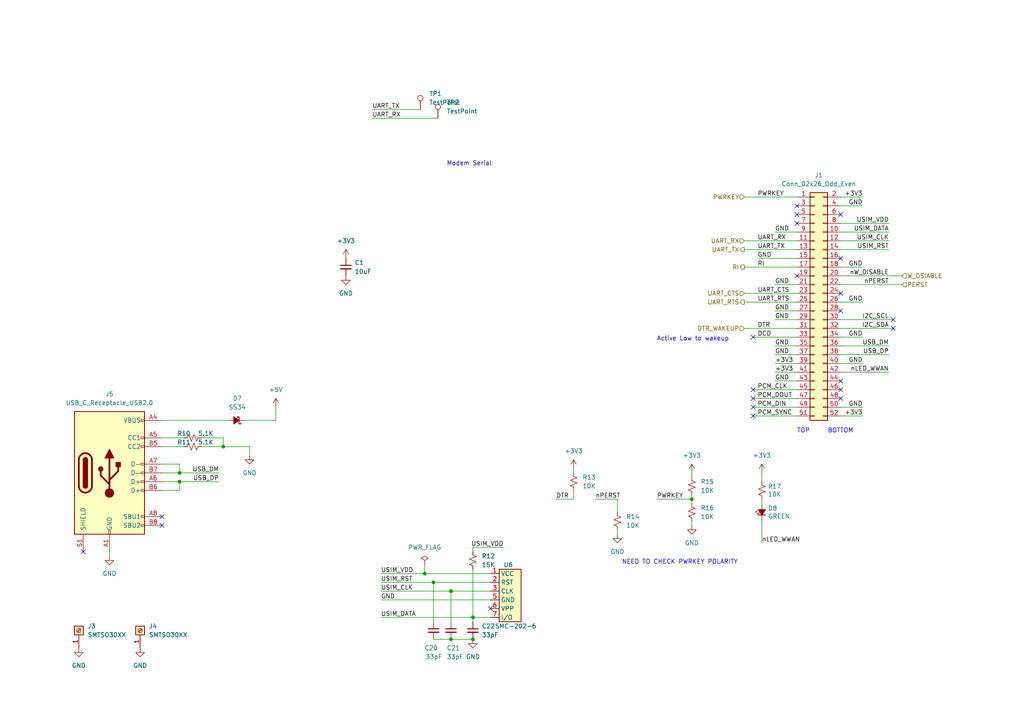
<source format=kicad_sch>
(kicad_sch (version 20211123) (generator eeschema)
  (paper "A4")
  (lib_symbols
    (symbol "Connector:Screw_Terminal_01x01" (pin_names (offset 1.016) hide)
      (property "Reference" "J" (at 0 2.54 0))
      (property "Value" "Screw_Terminal_01x01" (at 0 -2.54 0))
      (symbol "Screw_Terminal_01x01_1_1"
        (rectangle (start -1.27 1.27) (end 1.27 -1.27) (stroke (width 0.254)) (fill (type background)))
        (polyline (pts (xy -0.5334 0.3302) (xy 0.3302 -0.508)) (stroke (width 0.1524)))
        (polyline (pts (xy -0.3556 0.508) (xy 0.508 -0.3302)) (stroke (width 0.1524)))
        (circle (center 0 0) (radius 0.635) (stroke (width 0.1524)))
        (pin passive line (at -5.08 0 0) (length 3.81) (name "Pin_1") (number "1"))
      )
    )
    (symbol "Connector:TestPoint" (pin_numbers hide) (pin_names (offset 0.762) hide)
      (property "Reference" "TP" (at 0 6.858 0))
      (property "Value" "TestPoint" (at 0 5.08 0))
      (symbol "TestPoint_0_1"
        (circle (center 0 3.302) (radius 0.762))
      )
      (symbol "TestPoint_1_1"
        (pin passive line (at 0 0 90) (length 2.54) (name "1") (number "1"))
      )
    )
    (symbol "Connector:USB_C_Receptacle_USB2.0" (pin_names (offset 1.016))
      (property "Reference" "J" (at -10.16 19.05 0))
      (property "Value" "USB_C_Receptacle_USB2.0" (at 19.05 19.05 0))
      (symbol "USB_C_Receptacle_USB2.0_0_0"
        (rectangle (start -0.254 -17.78) (end 0.254 -16.764))
        (rectangle (start 10.16 -14.986) (end 9.144 -15.494))
        (rectangle (start 10.16 -12.446) (end 9.144 -12.954))
        (rectangle (start 10.16 -4.826) (end 9.144 -5.334))
        (rectangle (start 10.16 -2.286) (end 9.144 -2.794))
        (rectangle (start 10.16 0.254) (end 9.144 -0.254))
        (rectangle (start 10.16 2.794) (end 9.144 2.286))
        (rectangle (start 10.16 7.874) (end 9.144 7.366))
        (rectangle (start 10.16 10.414) (end 9.144 9.906))
        (rectangle (start 10.16 15.494) (end 9.144 14.986))
      )
      (symbol "USB_C_Receptacle_USB2.0_0_1"
        (rectangle (start -10.16 17.78) (end 10.16 -17.78) (stroke (width 0.254)) (fill (type background)))
        (arc (start -8.89 -3.81) (mid -6.985 -5.715) (end -5.08 -3.81) (stroke (width 0.508)))
        (arc (start -7.62 -3.81) (mid -6.985 -4.445) (end -6.35 -3.81) (stroke (width 0.254)))
        (arc (start -7.62 -3.81) (mid -6.985 -4.445) (end -6.35 -3.81) (stroke (width 0.254)) (fill (type outline)))
        (rectangle (start -7.62 -3.81) (end -6.35 3.81) (stroke (width 0.254)) (fill (type outline)))
        (arc (start -6.35 3.81) (mid -6.985 4.445) (end -7.62 3.81) (stroke (width 0.254)))
        (arc (start -6.35 3.81) (mid -6.985 4.445) (end -7.62 3.81) (stroke (width 0.254)) (fill (type outline)))
        (arc (start -5.08 3.81) (mid -6.985 5.715) (end -8.89 3.81) (stroke (width 0.508)))
        (circle (center -2.54 1.143) (radius 0.635) (stroke (width 0.254)) (fill (type outline)))
        (circle (center 0 -5.842) (radius 1.27) (fill (type outline)))
        (polyline (pts (xy -8.89 -3.81) (xy -8.89 3.81)) (stroke (width 0.508)))
        (polyline (pts (xy -5.08 3.81) (xy -5.08 -3.81)) (stroke (width 0.508)))
        (polyline (pts (xy 0 -5.842) (xy 0 4.318)) (stroke (width 0.508)))
        (polyline (pts (xy 0 -3.302) (xy -2.54 -0.762) (xy -2.54 0.508)) (stroke (width 0.508)))
        (polyline (pts (xy 0 -2.032) (xy 2.54 0.508) (xy 2.54 1.778)) (stroke (width 0.508)))
        (polyline (pts (xy -1.27 4.318) (xy 0 6.858) (xy 1.27 4.318) (xy -1.27 4.318)) (stroke (width 0.254)) (fill (type outline)))
        (rectangle (start 1.905 1.778) (end 3.175 3.048) (stroke (width 0.254)) (fill (type outline)))
      )
      (symbol "USB_C_Receptacle_USB2.0_1_1"
        (pin passive line (at 0 -22.86 90) (length 5.08) (name "GND") (number "A1"))
        (pin passive line (at 0 -22.86 90) (length 5.08) hide (name "GND") (number "A12"))
        (pin passive line (at 15.24 15.24 180) (length 5.08) (name "VBUS") (number "A4"))
        (pin bidirectional line (at 15.24 10.16 180) (length 5.08) (name "CC1") (number "A5"))
        (pin bidirectional line (at 15.24 -2.54 180) (length 5.08) (name "D+") (number "A6"))
        (pin bidirectional line (at 15.24 2.54 180) (length 5.08) (name "D-") (number "A7"))
        (pin bidirectional line (at 15.24 -12.7 180) (length 5.08) (name "SBU1") (number "A8"))
        (pin passive line (at 15.24 15.24 180) (length 5.08) hide (name "VBUS") (number "A9"))
        (pin passive line (at 0 -22.86 90) (length 5.08) hide (name "GND") (number "B1"))
        (pin passive line (at 0 -22.86 90) (length 5.08) hide (name "GND") (number "B12"))
        (pin passive line (at 15.24 15.24 180) (length 5.08) hide (name "VBUS") (number "B4"))
        (pin bidirectional line (at 15.24 7.62 180) (length 5.08) (name "CC2") (number "B5"))
        (pin bidirectional line (at 15.24 -5.08 180) (length 5.08) (name "D+") (number "B6"))
        (pin bidirectional line (at 15.24 0 180) (length 5.08) (name "D-") (number "B7"))
        (pin bidirectional line (at 15.24 -15.24 180) (length 5.08) (name "SBU2") (number "B8"))
        (pin passive line (at 15.24 15.24 180) (length 5.08) hide (name "VBUS") (number "B9"))
        (pin passive line (at -7.62 -22.86 90) (length 5.08) (name "SHIELD") (number "S1"))
      )
    )
    (symbol "Connector_Generic:Conn_02x26_Odd_Even" (pin_names (offset 1.016) hide)
      (property "Reference" "J" (at 1.27 33.02 0))
      (property "Value" "Conn_02x26_Odd_Even" (at 1.27 -35.56 0))
      (symbol "Conn_02x26_Odd_Even_1_1"
        (rectangle (start -1.27 -32.893) (end 0 -33.147) (stroke (width 0.1524)))
        (rectangle (start -1.27 -30.353) (end 0 -30.607) (stroke (width 0.1524)))
        (rectangle (start -1.27 -27.813) (end 0 -28.067) (stroke (width 0.1524)))
        (rectangle (start -1.27 -25.273) (end 0 -25.527) (stroke (width 0.1524)))
        (rectangle (start -1.27 -22.733) (end 0 -22.987) (stroke (width 0.1524)))
        (rectangle (start -1.27 -20.193) (end 0 -20.447) (stroke (width 0.1524)))
        (rectangle (start -1.27 -17.653) (end 0 -17.907) (stroke (width 0.1524)))
        (rectangle (start -1.27 -15.113) (end 0 -15.367) (stroke (width 0.1524)))
        (rectangle (start -1.27 -12.573) (end 0 -12.827) (stroke (width 0.1524)))
        (rectangle (start -1.27 -10.033) (end 0 -10.287) (stroke (width 0.1524)))
        (rectangle (start -1.27 -7.493) (end 0 -7.747) (stroke (width 0.1524)))
        (rectangle (start -1.27 -4.953) (end 0 -5.207) (stroke (width 0.1524)))
        (rectangle (start -1.27 -2.413) (end 0 -2.667) (stroke (width 0.1524)))
        (rectangle (start -1.27 0.127) (end 0 -0.127) (stroke (width 0.1524)))
        (rectangle (start -1.27 2.667) (end 0 2.413) (stroke (width 0.1524)))
        (rectangle (start -1.27 5.207) (end 0 4.953) (stroke (width 0.1524)))
        (rectangle (start -1.27 7.747) (end 0 7.493) (stroke (width 0.1524)))
        (rectangle (start -1.27 10.287) (end 0 10.033) (stroke (width 0.1524)))
        (rectangle (start -1.27 12.827) (end 0 12.573) (stroke (width 0.1524)))
        (rectangle (start -1.27 15.367) (end 0 15.113) (stroke (width 0.1524)))
        (rectangle (start -1.27 17.907) (end 0 17.653) (stroke (width 0.1524)))
        (rectangle (start -1.27 20.447) (end 0 20.193) (stroke (width 0.1524)))
        (rectangle (start -1.27 22.987) (end 0 22.733) (stroke (width 0.1524)))
        (rectangle (start -1.27 25.527) (end 0 25.273) (stroke (width 0.1524)))
        (rectangle (start -1.27 28.067) (end 0 27.813) (stroke (width 0.1524)))
        (rectangle (start -1.27 30.607) (end 0 30.353) (stroke (width 0.1524)))
        (rectangle (start -1.27 31.75) (end 3.81 -34.29) (stroke (width 0.254)) (fill (type background)))
        (rectangle (start 3.81 -32.893) (end 2.54 -33.147) (stroke (width 0.1524)))
        (rectangle (start 3.81 -30.353) (end 2.54 -30.607) (stroke (width 0.1524)))
        (rectangle (start 3.81 -27.813) (end 2.54 -28.067) (stroke (width 0.1524)))
        (rectangle (start 3.81 -25.273) (end 2.54 -25.527) (stroke (width 0.1524)))
        (rectangle (start 3.81 -22.733) (end 2.54 -22.987) (stroke (width 0.1524)))
        (rectangle (start 3.81 -20.193) (end 2.54 -20.447) (stroke (width 0.1524)))
        (rectangle (start 3.81 -17.653) (end 2.54 -17.907) (stroke (width 0.1524)))
        (rectangle (start 3.81 -15.113) (end 2.54 -15.367) (stroke (width 0.1524)))
        (rectangle (start 3.81 -12.573) (end 2.54 -12.827) (stroke (width 0.1524)))
        (rectangle (start 3.81 -10.033) (end 2.54 -10.287) (stroke (width 0.1524)))
        (rectangle (start 3.81 -7.493) (end 2.54 -7.747) (stroke (width 0.1524)))
        (rectangle (start 3.81 -4.953) (end 2.54 -5.207) (stroke (width 0.1524)))
        (rectangle (start 3.81 -2.413) (end 2.54 -2.667) (stroke (width 0.1524)))
        (rectangle (start 3.81 0.127) (end 2.54 -0.127) (stroke (width 0.1524)))
        (rectangle (start 3.81 2.667) (end 2.54 2.413) (stroke (width 0.1524)))
        (rectangle (start 3.81 5.207) (end 2.54 4.953) (stroke (width 0.1524)))
        (rectangle (start 3.81 7.747) (end 2.54 7.493) (stroke (width 0.1524)))
        (rectangle (start 3.81 10.287) (end 2.54 10.033) (stroke (width 0.1524)))
        (rectangle (start 3.81 12.827) (end 2.54 12.573) (stroke (width 0.1524)))
        (rectangle (start 3.81 15.367) (end 2.54 15.113) (stroke (width 0.1524)))
        (rectangle (start 3.81 17.907) (end 2.54 17.653) (stroke (width 0.1524)))
        (rectangle (start 3.81 20.447) (end 2.54 20.193) (stroke (width 0.1524)))
        (rectangle (start 3.81 22.987) (end 2.54 22.733) (stroke (width 0.1524)))
        (rectangle (start 3.81 25.527) (end 2.54 25.273) (stroke (width 0.1524)))
        (rectangle (start 3.81 28.067) (end 2.54 27.813) (stroke (width 0.1524)))
        (rectangle (start 3.81 30.607) (end 2.54 30.353) (stroke (width 0.1524)))
        (pin passive line (at -5.08 30.48 0) (length 3.81) (name "Pin_1") (number "1"))
        (pin passive line (at 7.62 20.32 180) (length 3.81) (name "Pin_10") (number "10"))
        (pin passive line (at -5.08 17.78 0) (length 3.81) (name "Pin_11") (number "11"))
        (pin passive line (at 7.62 17.78 180) (length 3.81) (name "Pin_12") (number "12"))
        (pin passive line (at -5.08 15.24 0) (length 3.81) (name "Pin_13") (number "13"))
        (pin passive line (at 7.62 15.24 180) (length 3.81) (name "Pin_14") (number "14"))
        (pin passive line (at -5.08 12.7 0) (length 3.81) (name "Pin_15") (number "15"))
        (pin passive line (at 7.62 12.7 180) (length 3.81) (name "Pin_16") (number "16"))
        (pin passive line (at -5.08 10.16 0) (length 3.81) (name "Pin_17") (number "17"))
        (pin passive line (at 7.62 10.16 180) (length 3.81) (name "Pin_18") (number "18"))
        (pin passive line (at -5.08 7.62 0) (length 3.81) (name "Pin_19") (number "19"))
        (pin passive line (at 7.62 30.48 180) (length 3.81) (name "Pin_2") (number "2"))
        (pin passive line (at 7.62 7.62 180) (length 3.81) (name "Pin_20") (number "20"))
        (pin passive line (at -5.08 5.08 0) (length 3.81) (name "Pin_21") (number "21"))
        (pin passive line (at 7.62 5.08 180) (length 3.81) (name "Pin_22") (number "22"))
        (pin passive line (at -5.08 2.54 0) (length 3.81) (name "Pin_23") (number "23"))
        (pin passive line (at 7.62 2.54 180) (length 3.81) (name "Pin_24") (number "24"))
        (pin passive line (at -5.08 0 0) (length 3.81) (name "Pin_25") (number "25"))
        (pin passive line (at 7.62 0 180) (length 3.81) (name "Pin_26") (number "26"))
        (pin passive line (at -5.08 -2.54 0) (length 3.81) (name "Pin_27") (number "27"))
        (pin passive line (at 7.62 -2.54 180) (length 3.81) (name "Pin_28") (number "28"))
        (pin passive line (at -5.08 -5.08 0) (length 3.81) (name "Pin_29") (number "29"))
        (pin passive line (at -5.08 27.94 0) (length 3.81) (name "Pin_3") (number "3"))
        (pin passive line (at 7.62 -5.08 180) (length 3.81) (name "Pin_30") (number "30"))
        (pin passive line (at -5.08 -7.62 0) (length 3.81) (name "Pin_31") (number "31"))
        (pin passive line (at 7.62 -7.62 180) (length 3.81) (name "Pin_32") (number "32"))
        (pin passive line (at -5.08 -10.16 0) (length 3.81) (name "Pin_33") (number "33"))
        (pin passive line (at 7.62 -10.16 180) (length 3.81) (name "Pin_34") (number "34"))
        (pin passive line (at -5.08 -12.7 0) (length 3.81) (name "Pin_35") (number "35"))
        (pin passive line (at 7.62 -12.7 180) (length 3.81) (name "Pin_36") (number "36"))
        (pin passive line (at -5.08 -15.24 0) (length 3.81) (name "Pin_37") (number "37"))
        (pin passive line (at 7.62 -15.24 180) (length 3.81) (name "Pin_38") (number "38"))
        (pin passive line (at -5.08 -17.78 0) (length 3.81) (name "Pin_39") (number "39"))
        (pin passive line (at 7.62 27.94 180) (length 3.81) (name "Pin_4") (number "4"))
        (pin passive line (at 7.62 -17.78 180) (length 3.81) (name "Pin_40") (number "40"))
        (pin passive line (at -5.08 -20.32 0) (length 3.81) (name "Pin_41") (number "41"))
        (pin passive line (at 7.62 -20.32 180) (length 3.81) (name "Pin_42") (number "42"))
        (pin passive line (at -5.08 -22.86 0) (length 3.81) (name "Pin_43") (number "43"))
        (pin passive line (at 7.62 -22.86 180) (length 3.81) (name "Pin_44") (number "44"))
        (pin passive line (at -5.08 -25.4 0) (length 3.81) (name "Pin_45") (number "45"))
        (pin passive line (at 7.62 -25.4 180) (length 3.81) (name "Pin_46") (number "46"))
        (pin passive line (at -5.08 -27.94 0) (length 3.81) (name "Pin_47") (number "47"))
        (pin passive line (at 7.62 -27.94 180) (length 3.81) (name "Pin_48") (number "48"))
        (pin passive line (at -5.08 -30.48 0) (length 3.81) (name "Pin_49") (number "49"))
        (pin passive line (at -5.08 25.4 0) (length 3.81) (name "Pin_5") (number "5"))
        (pin passive line (at 7.62 -30.48 180) (length 3.81) (name "Pin_50") (number "50"))
        (pin passive line (at -5.08 -33.02 0) (length 3.81) (name "Pin_51") (number "51"))
        (pin passive line (at 7.62 -33.02 180) (length 3.81) (name "Pin_52") (number "52"))
        (pin passive line (at 7.62 25.4 180) (length 3.81) (name "Pin_6") (number "6"))
        (pin passive line (at -5.08 22.86 0) (length 3.81) (name "Pin_7") (number "7"))
        (pin passive line (at 7.62 22.86 180) (length 3.81) (name "Pin_8") (number "8"))
        (pin passive line (at -5.08 20.32 0) (length 3.81) (name "Pin_9") (number "9"))
      )
    )
    (symbol "Device:C_Small" (pin_numbers hide) (pin_names (offset 0.254) hide)
      (property "Reference" "C" (at 0.254 1.778 0))
      (property "Value" "C_Small" (at 0.254 -2.032 0))
      (symbol "C_Small_0_1"
        (polyline (pts (xy -1.524 -0.508) (xy 1.524 -0.508)) (stroke (width 0.3302)))
        (polyline (pts (xy -1.524 0.508) (xy 1.524 0.508)) (stroke (width 0.3048)))
      )
      (symbol "C_Small_1_1"
        (pin passive line (at 0 2.54 270) (length 2.032) (name "~") (number "1"))
        (pin passive line (at 0 -2.54 90) (length 2.032) (name "~") (number "2"))
      )
    )
    (symbol "Device:D_Schottky_Small_Filled" (pin_numbers hide) (pin_names (offset 0.254) hide)
      (property "Reference" "D" (at -1.27 2.032 0))
      (property "Value" "D_Schottky_Small_Filled" (at -7.112 -2.032 0))
      (symbol "D_Schottky_Small_Filled_0_1"
        (polyline (pts (xy -0.762 0) (xy 0.762 0)))
        (polyline (pts (xy 0.762 -1.016) (xy -0.762 0) (xy 0.762 1.016) (xy 0.762 -1.016)) (stroke (width 0.254)) (fill (type outline)))
        (polyline (pts (xy -1.27 0.762) (xy -1.27 1.016) (xy -0.762 1.016) (xy -0.762 -1.016) (xy -0.254 -1.016) (xy -0.254 -0.762)) (stroke (width 0.254)))
      )
      (symbol "D_Schottky_Small_Filled_1_1"
        (pin passive line (at -2.54 0 0) (length 1.778) (name "K") (number "1"))
        (pin passive line (at 2.54 0 180) (length 1.778) (name "A") (number "2"))
      )
    )
    (symbol "Device:LED_Small_Filled" (pin_numbers hide) (pin_names (offset 0.254) hide)
      (property "Reference" "D" (at -1.27 3.175 0))
      (property "Value" "LED_Small_Filled" (at -4.445 -2.54 0))
      (symbol "LED_Small_Filled_0_1"
        (polyline (pts (xy -0.762 -1.016) (xy -0.762 1.016)) (stroke (width 0.254)))
        (polyline (pts (xy 1.016 0) (xy -0.762 0)))
        (polyline (pts (xy 0.762 -1.016) (xy -0.762 0) (xy 0.762 1.016) (xy 0.762 -1.016)) (stroke (width 0.254)) (fill (type outline)))
        (polyline (pts (xy 0 0.762) (xy -0.508 1.27) (xy -0.254 1.27) (xy -0.508 1.27) (xy -0.508 1.016)))
        (polyline (pts (xy 0.508 1.27) (xy 0 1.778) (xy 0.254 1.778) (xy 0 1.778) (xy 0 1.524)))
      )
      (symbol "LED_Small_Filled_1_1"
        (pin passive line (at -2.54 0 0) (length 1.778) (name "K") (number "1"))
        (pin passive line (at 2.54 0 180) (length 1.778) (name "A") (number "2"))
      )
    )
    (symbol "Device:R_Small_US" (pin_numbers hide) (pin_names (offset 0.254) hide)
      (property "Reference" "R" (at 0.762 0.508 0))
      (property "Value" "R_Small_US" (at 0.762 -1.016 0))
      (symbol "R_Small_US_1_1"
        (polyline (pts (xy 0 0) (xy 1.016 -0.381) (xy 0 -0.762) (xy -1.016 -1.143) (xy 0 -1.524)))
        (polyline (pts (xy 0 1.524) (xy 1.016 1.143) (xy 0 0.762) (xy -1.016 0.381) (xy 0 0)))
        (pin passive line (at 0 2.54 270) (length 1.016) (name "~") (number "1"))
        (pin passive line (at 0 -2.54 90) (length 1.016) (name "~") (number "2"))
      )
    )
    (symbol "huconn-symbol:SMC-202-6"
      (property "Reference" "U" (at 0 8.89 0))
      (property "Value" "SMC-202-6" (at 0 8.89 0))
      (symbol "SMC-202-6_0_1"
        (polyline (pts (xy -2.54 7.62) (xy 3.81 7.62) (xy 3.81 -7.62) (xy -2.54 -7.62) (xy -2.54 7.62)) (stroke (width 0.254)) (fill (type background)))
      )
      (symbol "SMC-202-6_1_1"
        (pin power_in line (at -5.08 6.35 0) (length 2.54) (name "VCC") (number "1"))
        (pin input line (at -5.08 3.81 0) (length 2.54) (name "RST") (number "2"))
        (pin input line (at -5.08 1.27 0) (length 2.54) (name "CLK") (number "3"))
        (pin power_in line (at -5.08 -1.27 0) (length 2.54) (name "GND") (number "5"))
        (pin input line (at -5.08 -3.81 0) (length 2.54) (name "VPP") (number "6"))
        (pin bidirectional line (at -5.08 -6.35 0) (length 2.54) (name "I/O") (number "7"))
      )
    )
    (symbol "power:+3.3V" (power) (pin_names (offset 0))
      (property "Value" "+3.3V" (at 0 3.556 0))
      (symbol "+3.3V_0_1"
        (polyline (pts (xy -0.762 1.27) (xy 0 2.54)))
        (polyline (pts (xy 0 0) (xy 0 2.54)))
        (polyline (pts (xy 0 2.54) (xy 0.762 1.27)))
      )
      (symbol "+3.3V_1_1"
        (pin power_in line (at 0 0 90) (length 0) hide (name "+3V3") (number "1"))
      )
    )
    (symbol "power:+5V" (power) (pin_names (offset 0))
      (property "Value" "+5V" (at 0 3.556 0))
      (symbol "+5V_0_1"
        (polyline (pts (xy -0.762 1.27) (xy 0 2.54)))
        (polyline (pts (xy 0 0) (xy 0 2.54)))
        (polyline (pts (xy 0 2.54) (xy 0.762 1.27)))
      )
      (symbol "+5V_1_1"
        (pin power_in line (at 0 0 90) (length 0) hide (name "+5V") (number "1"))
      )
    )
    (symbol "power:GND" (power) (pin_names (offset 0))
      (property "Value" "GND" (at 0 -3.81 0))
      (symbol "GND_0_1"
        (polyline (pts (xy 0 0) (xy 0 -1.27) (xy 1.27 -1.27) (xy 0 -2.54) (xy -1.27 -1.27) (xy 0 -1.27)))
      )
      (symbol "GND_1_1"
        (pin power_in line (at 0 0 270) (length 0) hide (name "GND") (number "1"))
      )
    )
    (symbol "power:PWR_FLAG" (power) (pin_numbers hide) (pin_names (offset 0) hide)
      (property "Value" "PWR_FLAG" (at 0 3.81 0))
      (symbol "PWR_FLAG_0_0"
        (pin power_out line (at 0 0 90) (length 0) (name "pwr") (number "1"))
      )
      (symbol "PWR_FLAG_0_1"
        (polyline (pts (xy 0 0) (xy 0 1.27) (xy -1.016 1.905) (xy 0 2.54) (xy 1.016 1.905) (xy 0 1.27)))
      )
    )
  )
  (junction (at 123.19 166.37))
  (junction (at 52.07 137.16))
  (junction (at 125.73 168.91) (diameter 0.9144))
  (junction (at 52.07 139.7))
  (junction (at 64.77 129.54))
  (junction (at 137.16 185.42) (diameter 0.9144))
  (junction (at 130.81 171.45) (diameter 0.9144))
  (junction (at 130.81 185.42) (diameter 0.9144))
  (junction (at 200.66 144.78))
  (junction (at 137.16 179.07) (diameter 0.9144))
  (no_connect (at 218.44 118.11))
  (no_connect (at 142.24 176.53))
  (no_connect (at 231.14 59.69))
  (no_connect (at 243.84 115.57))
  (no_connect (at 243.84 110.49))
  (no_connect (at 46.99 152.4))
  (no_connect (at 243.84 74.93))
  (no_connect (at 243.84 62.23))
  (no_connect (at 231.14 62.23))
  (no_connect (at 259.08 92.71))
  (no_connect (at 243.84 90.17))
  (no_connect (at 243.84 85.09))
  (no_connect (at 218.44 113.03))
  (no_connect (at 231.14 64.77))
  (no_connect (at 46.99 149.86))
  (no_connect (at 218.44 97.79))
  (no_connect (at 218.44 115.57))
  (no_connect (at 231.14 80.01))
  (no_connect (at 243.84 113.03))
  (no_connect (at 218.44 120.65))
  (no_connect (at 259.08 95.25))
  (no_connect (at 24.13 160.02))
  (wire (pts (xy 243.84 72.39) (xy 257.81 72.39)))
  (wire (pts (xy 46.99 127) (xy 53.34 127)))
  (wire (pts (xy 243.84 107.95) (xy 257.81 107.95)))
  (wire (pts (xy 200.66 143.51) (xy 200.66 144.78)))
  (wire (pts (xy 125.73 185.42) (xy 130.81 185.42)))
  (wire (pts (xy 64.77 127) (xy 64.77 129.54)))
  (wire (pts (xy 121.92 31.75) (xy 107.95 31.75)))
  (wire (pts (xy 219.71 74.93) (xy 231.14 74.93)))
  (wire (pts (xy 179.07 144.78) (xy 179.07 148.59)))
  (wire (pts (xy 224.79 105.41) (xy 231.14 105.41)))
  (wire (pts (xy 218.44 118.11) (xy 231.14 118.11)))
  (wire (pts (xy 224.79 107.95) (xy 231.14 107.95)))
  (wire (pts (xy 161.29 144.78) (xy 166.37 144.78)))
  (wire (pts (xy 220.98 144.78) (xy 220.98 146.05)))
  (wire (pts (xy 215.9 69.85) (xy 231.14 69.85)))
  (wire (pts (xy 200.66 144.78) (xy 200.66 146.05)))
  (wire (pts (xy 46.99 142.24) (xy 52.07 142.24)))
  (wire (pts (xy 137.16 158.75) (xy 146.05 158.75)))
  (wire (pts (xy 215.9 95.25) (xy 231.14 95.25)))
  (wire (pts (xy 110.49 171.45) (xy 130.81 171.45)))
  (wire (pts (xy 243.84 64.77) (xy 257.81 64.77)))
  (wire (pts (xy 200.66 137.16) (xy 200.66 138.43)))
  (wire (pts (xy 46.99 121.92) (xy 66.04 121.92)))
  (wire (pts (xy 110.49 173.99) (xy 142.24 173.99)))
  (wire (pts (xy 215.9 85.09) (xy 231.14 85.09)))
  (wire (pts (xy 46.99 139.7) (xy 52.07 139.7)))
  (wire (pts (xy 127 34.29) (xy 107.95 34.29)))
  (wire (pts (xy 220.98 137.16) (xy 220.98 139.7)))
  (wire (pts (xy 172.72 144.78) (xy 179.07 144.78)))
  (wire (pts (xy 243.84 67.31) (xy 257.81 67.31)))
  (wire (pts (xy 218.44 97.79) (xy 231.14 97.79)))
  (wire (pts (xy 123.19 163.83) (xy 123.19 166.37)))
  (wire (pts (xy 215.9 72.39) (xy 231.14 72.39)))
  (wire (pts (xy 31.75 160.02) (xy 31.75 161.29)))
  (wire (pts (xy 123.19 166.37) (xy 142.24 166.37)))
  (wire (pts (xy 130.81 185.42) (xy 137.16 185.42)))
  (wire (pts (xy 52.07 142.24) (xy 52.07 139.7)))
  (wire (pts (xy 58.42 129.54) (xy 64.77 129.54)))
  (wire (pts (xy 71.12 121.92) (xy 80.01 121.92)))
  (wire (pts (xy 220.98 151.13) (xy 220.98 157.48)))
  (wire (pts (xy 215.9 87.63) (xy 231.14 87.63)))
  (wire (pts (xy 52.07 134.62) (xy 52.07 137.16)))
  (wire (pts (xy 224.79 90.17) (xy 231.14 90.17)))
  (wire (pts (xy 218.44 113.03) (xy 231.14 113.03)))
  (wire (pts (xy 243.84 97.79) (xy 250.19 97.79)))
  (wire (pts (xy 243.84 120.65) (xy 250.19 120.65)))
  (wire (pts (xy 130.81 171.45) (xy 142.24 171.45)))
  (wire (pts (xy 137.16 179.07) (xy 137.16 180.34)))
  (wire (pts (xy 218.44 120.65) (xy 231.14 120.65)))
  (wire (pts (xy 137.16 158.75) (xy 137.16 160.02)))
  (wire (pts (xy 46.99 129.54) (xy 53.34 129.54)))
  (wire (pts (xy 243.84 92.71) (xy 259.08 92.71)))
  (wire (pts (xy 243.84 77.47) (xy 250.19 77.47)))
  (wire (pts (xy 224.79 92.71) (xy 231.14 92.71)))
  (wire (pts (xy 224.79 102.87) (xy 231.14 102.87)))
  (wire (pts (xy 243.84 100.33) (xy 257.81 100.33)))
  (wire (pts (xy 166.37 135.89) (xy 166.37 137.16)))
  (wire (pts (xy 64.77 129.54) (xy 72.39 129.54)))
  (wire (pts (xy 52.07 137.16) (xy 63.5 137.16)))
  (wire (pts (xy 52.07 139.7) (xy 63.5 139.7)))
  (wire (pts (xy 58.42 127) (xy 64.77 127)))
  (wire (pts (xy 243.84 87.63) (xy 250.19 87.63)))
  (wire (pts (xy 137.16 165.1) (xy 137.16 179.07)))
  (wire (pts (xy 46.99 134.62) (xy 52.07 134.62)))
  (wire (pts (xy 243.84 105.41) (xy 250.19 105.41)))
  (wire (pts (xy 243.84 80.01) (xy 261.62 80.01)))
  (wire (pts (xy 179.07 153.67) (xy 179.07 154.94)))
  (wire (pts (xy 224.79 110.49) (xy 231.14 110.49)))
  (wire (pts (xy 137.16 179.07) (xy 142.24 179.07)))
  (wire (pts (xy 72.39 129.54) (xy 72.39 132.08)))
  (wire (pts (xy 200.66 151.13) (xy 200.66 152.4)))
  (wire (pts (xy 215.9 57.15) (xy 231.14 57.15)))
  (wire (pts (xy 224.79 82.55) (xy 231.14 82.55)))
  (wire (pts (xy 110.49 179.07) (xy 137.16 179.07)))
  (wire (pts (xy 215.9 77.47) (xy 231.14 77.47)))
  (wire (pts (xy 110.49 168.91) (xy 125.73 168.91)))
  (wire (pts (xy 243.84 69.85) (xy 257.81 69.85)))
  (wire (pts (xy 166.37 142.24) (xy 166.37 144.78)))
  (wire (pts (xy 46.99 137.16) (xy 52.07 137.16)))
  (wire (pts (xy 224.79 67.31) (xy 231.14 67.31)))
  (wire (pts (xy 130.81 171.45) (xy 130.81 180.34)))
  (wire (pts (xy 110.49 166.37) (xy 123.19 166.37)))
  (wire (pts (xy 243.84 118.11) (xy 250.19 118.11)))
  (wire (pts (xy 243.84 102.87) (xy 257.81 102.87)))
  (wire (pts (xy 190.5 144.78) (xy 200.66 144.78)))
  (wire (pts (xy 243.84 59.69) (xy 250.19 59.69)))
  (wire (pts (xy 80.01 118.11) (xy 80.01 121.92)))
  (wire (pts (xy 243.84 82.55) (xy 261.62 82.55)))
  (wire (pts (xy 243.84 95.25) (xy 259.08 95.25)))
  (wire (pts (xy 224.79 100.33) (xy 231.14 100.33)))
  (wire (pts (xy 125.73 168.91) (xy 142.24 168.91)))
  (wire (pts (xy 218.44 115.57) (xy 231.14 115.57)))
  (wire (pts (xy 125.73 168.91) (xy 125.73 180.34)))
  (wire (pts (xy 243.84 57.15) (xy 250.19 57.15)))
  (text "Modem Serial\n" (at 129.54 48.26 0) (effects (font (size 1.27 1.27)) (justify left bottom)))
  (text "BOTTOM" (at 240.03 125.73 0) (effects (font (size 1.27 1.27)) (justify left bottom)))
  (text "Active Low to wakeup" (at 190.5 99.06 0) (effects (font (size 1.27 1.27)) (justify left bottom)))
  (text "TOP" (at 231.14 125.73 0) (effects (font (size 1.27 1.27)) (justify left bottom)))
  (text "NEED TO CHECK PWRKEY POLARITY" (at 180.34 163.83 0) (effects (font (size 1.27 1.27)) (justify left bottom)))
  (label "USB_DP" (at 63.5 139.7 180))
  (label "UART_RX" (at 107.95 34.29 0))
  (label "PCM_DOUT" (at 219.71 115.57 0))
  (label "USIM_RST" (at 257.81 72.39 180))
  (label "GND" (at 250.19 77.47 180))
  (label "UART_CTS" (at 219.71 85.09 0))
  (label "PCM_CLK" (at 219.71 113.03 0))
  (label "GND" (at 250.19 97.79 180))
  (label "USIM_CLK" (at 110.49 171.45 0))
  (label "GND" (at 224.79 90.17 0))
  (label "PCM_DIN" (at 219.71 118.11 0))
  (label "USIM_VDD" (at 110.49 166.37 0))
  (label "nPERST" (at 172.72 144.78 0))
  (label "nLED_WWAN" (at 257.81 107.95 180))
  (label "GND" (at 224.79 82.55 0))
  (label "GND" (at 250.19 105.41 180))
  (label "+3V3" (at 224.79 107.95 0))
  (label "nW_DISABLE" (at 257.81 80.01 180))
  (label "GND" (at 110.49 173.99 0))
  (label "UART_RTS" (at 219.71 87.63 0))
  (label "USB_DP" (at 257.81 102.87 180))
  (label "I2C_SCL" (at 257.81 92.71 180))
  (label "nPERST" (at 257.81 82.55 180))
  (label "USIM_DATA" (at 257.81 67.31 180))
  (label "GND" (at 250.19 87.63 180))
  (label "GND" (at 224.79 110.49 0))
  (label "GND" (at 224.79 100.33 0))
  (label "GND" (at 219.71 74.93 0))
  (label "UART_TX" (at 107.95 31.75 0))
  (label "UART_RX" (at 219.71 69.85 0))
  (label "USB_DM" (at 257.81 100.33 180))
  (label "GND" (at 250.19 59.69 180))
  (label "USB_DM" (at 63.5 137.16 180))
  (label "DTR" (at 219.71 95.25 0))
  (label "USIM_RST" (at 110.49 168.91 0))
  (label "nLED_WWAN" (at 220.98 157.48 0))
  (label "USIM_VDD" (at 146.05 158.75 180))
  (label "GND" (at 224.79 102.87 0))
  (label "USIM_VDD" (at 257.81 64.77 180))
  (label "UART_TX" (at 219.71 72.39 0))
  (label "USIM_CLK" (at 257.81 69.85 180))
  (label "I2C_SDA" (at 257.81 95.25 180))
  (label "GND" (at 224.79 67.31 0))
  (label "GND" (at 224.79 92.71 0))
  (label "GND" (at 250.19 118.11 180))
  (label "+3V3" (at 250.19 120.65 180))
  (label "RI" (at 219.71 77.47 0))
  (label "DTR" (at 161.29 144.78 0))
  (label "+3V3" (at 250.19 57.15 180))
  (label "+3V3" (at 224.79 105.41 0))
  (label "PCM_SYNC" (at 219.71 120.65 0))
  (label "USIM_DATA" (at 110.49 179.07 0))
  (label "PWRKEY" (at 219.71 57.15 0))
  (label "PWRKEY" (at 190.5 144.78 0))
  (label "DCD" (at 219.71 97.79 0))
  (hierarchical_label "PERST" (shape input) (at 261.62 82.55 0))
  (hierarchical_label "UART_CTS" (shape input) (at 215.9 85.09 180))
  (hierarchical_label "UART_RX" (shape input) (at 215.9 69.85 180))
  (hierarchical_label "UART_RTS" (shape output) (at 215.9 87.63 180))
  (hierarchical_label "PWRKEY" (shape input) (at 215.9 57.15 180))
  (hierarchical_label "DTR_WAKEUP" (shape input) (at 215.9 95.25 180))
  (hierarchical_label "RI" (shape output) (at 215.9 77.47 180))
  (hierarchical_label "W_DSIABLE" (shape input) (at 261.62 80.01 0))
  (hierarchical_label "UART_TX" (shape output) (at 215.9 72.39 180))
  (symbol (lib_id "Device:R_Small_US") (at 200.66 148.59 0) (unit 1)
    (property "Reference" "R16" (at 203.2 147.3199 0) (effects (justify left)))
    (property "Value" "10K" (at 203.2 149.8599 0) (effects (justify left)))
    (property "Footprint" "Resistor_SMD:R_0603_1608Metric_Pad0.98x0.95mm_HandSolder" (effects hide))
    (property "LCSC" "C25804" (effects hide))
  )
  (symbol (lib_id "Connector:Screw_Terminal_01x01") (at 40.64 182.88 90) (unit 1)
    (property "Reference" "J4" (at 43.18 181.6099 90) (effects (justify right)))
    (property "Value" "SMTSO30XX" (at 43.18 184.1499 90) (effects (justify right)))
    (property "Footprint" "LTE-base:SMTSO30XX" (effects hide))
  )
  (symbol (lib_id "Connector:TestPoint") (at 127 34.29 0) (unit 1)
    (property "Reference" "TP2" (at 129.54 29.7179 0) (effects (justify left)))
    (property "Value" "TestPoint" (at 129.54 32.2579 0) (effects (justify left)))
    (property "Footprint" "TestPoint:TestPoint_Keystone_5000-5004_Miniature" (effects hide))
  )
  (symbol (lib_id "power:PWR_FLAG") (at 123.19 163.83 0) (unit 1)
    (property "Reference" "#FLG0103" (effects hide))
    (property "Value" "PWR_FLAG" (at 123.19 158.75 0))
  )
  (symbol (lib_id "power:+3.3V") (at 166.37 135.89 0) (unit 1)
    (property "Reference" "#PWR0146" (effects hide))
    (property "Value" "+3.3V" (at 166.37 130.81 0))
  )
  (symbol (lib_id "power:GND") (at 22.86 187.96 0) (unit 1)
    (property "Reference" "#PWR0102" (effects hide))
    (property "Value" "GND" (at 22.86 193.04 0))
  )
  (symbol (lib_id "Device:C_Small") (at 137.16 182.88 0) (unit 1)
    (property "Reference" "C22" (at 139.7 181.6099 0) (effects (justify left)))
    (property "Value" "33pF" (at 139.7 184.1499 0) (effects (justify left)))
    (property "Footprint" "Capacitor_SMD:C_0603_1608Metric_Pad1.08x0.95mm_HandSolder" (effects hide))
    (property "LCSC" "C1663" (effects hide))
  )
  (symbol (lib_id "Connector:USB_C_Receptacle_USB2.0") (at 31.75 137.16 0) (unit 1)
    (property "Reference" "J5" (at 31.75 114.3 0))
    (property "Value" "USB_C_Receptacle_USB2.0" (at 31.75 116.84 0))
    (property "Footprint" "Connector_USB:USB_C_Receptacle_HRO_TYPE-C-31-M-12" (effects hide))
    (property "Datasheet" "https://www.usb.org/sites/default/files/documents/usb_type-c.zip" (effects hide))
    (property "LCSC" "C165948" (effects hide))
  )
  (symbol (lib_id "power:GND") (at 179.07 154.94 0) (unit 1)
    (property "Reference" "#PWR0147" (effects hide))
    (property "Value" "GND" (at 179.07 160.02 0))
  )
  (symbol (lib_id "Device:R_Small_US") (at 220.98 142.24 0) (unit 1)
    (property "Reference" "R17" (at 222.7072 141.0716 0) (effects (justify left)))
    (property "Value" "10K" (at 222.7072 143.383 0) (effects (justify left)))
    (property "Footprint" "Resistor_SMD:R_0603_1608Metric" (effects hide))
    (property "LCSC" "C25804" (effects hide))
  )
  (symbol (lib_id "Device:D_Schottky_Small_Filled") (at 68.58 121.92 180) (unit 1)
    (property "Reference" "D7" (at 68.834 115.57 0))
    (property "Value" "SS34" (at 68.834 118.11 0))
    (property "Footprint" "Diode_SMD:D_SMA" (effects hide))
    (property "LCSC" "C8678" (effects hide))
  )
  (symbol (lib_id "power:+5V") (at 80.01 118.11 0) (unit 1)
    (property "Reference" "#PWR0151" (effects hide))
    (property "Value" "+5V" (at 80.01 113.03 0))
  )
  (symbol (lib_id "power:GND") (at 137.16 185.42 0) (unit 1)
    (property "Reference" "#PWR0148" (effects hide))
    (property "Value" "GND" (at 137.16 190.5 0))
  )
  (symbol (lib_id "Device:R_Small_US") (at 137.16 162.56 0) (unit 1)
    (property "Reference" "R12" (at 139.7 161.2899 0) (effects (justify left)))
    (property "Value" "15K" (at 139.7 163.8299 0) (effects (justify left)))
    (property "Footprint" "Resistor_SMD:R_0603_1608Metric_Pad0.98x0.95mm_HandSolder" (effects hide))
    (property "LCSC" "C22809" (effects hide))
  )
  (symbol (lib_id "Device:R_Small_US") (at 200.66 140.97 0) (unit 1)
    (property "Reference" "R15" (at 203.2 139.6999 0) (effects (justify left)))
    (property "Value" "10K" (at 203.2 142.2399 0) (effects (justify left)))
    (property "Footprint" "Resistor_SMD:R_0603_1608Metric_Pad0.98x0.95mm_HandSolder" (effects hide))
    (property "LCSC" "C25804" (effects hide))
  )
  (symbol (lib_id "Device:C_Small") (at 125.73 182.88 0) (unit 1)
    (property "Reference" "C20" (at 127 187.9599 0) (effects (justify right)))
    (property "Value" "33pF" (at 128.27 190.4999 0) (effects (justify right)))
    (property "Footprint" "Capacitor_SMD:C_0603_1608Metric_Pad1.08x0.95mm_HandSolder" (effects hide))
    (property "LCSC" "C1663" (effects hide))
  )
  (symbol (lib_id "Device:LED_Small_Filled") (at 220.98 148.59 90) (unit 1)
    (property "Reference" "D8" (at 222.758 147.4216 90) (effects (justify right)))
    (property "Value" "GREEN" (at 222.758 149.733 90) (effects (justify right)))
    (property "Footprint" "LED_SMD:LED_0603_1608Metric" (effects hide))
    (property "LCSC" "C72043" (effects hide))
  )
  (symbol (lib_id "Device:R_Small_US") (at 166.37 139.7 0) (unit 1)
    (property "Reference" "R13" (at 168.91 138.4299 0) (effects (justify left)))
    (property "Value" "10K" (at 168.91 140.9699 0) (effects (justify left)))
    (property "Footprint" "Resistor_SMD:R_0603_1608Metric_Pad0.98x0.95mm_HandSolder" (effects hide))
    (property "LCSC" "C25804" (effects hide))
  )
  (symbol (lib_id "power:GND") (at 40.64 187.96 0) (unit 1)
    (property "Reference" "#PWR0101" (effects hide))
    (property "Value" "GND" (at 40.64 193.04 0))
  )
  (symbol (lib_id "power:GND") (at 72.39 132.08 0) (unit 1)
    (property "Reference" "#PWR0150" (effects hide))
    (property "Value" "GND" (at 72.39 137.16 0))
  )
  (symbol (lib_id "Device:R_Small_US") (at 55.88 127 270) (unit 1)
    (property "Reference" "R10" (at 53.34 125.73 90))
    (property "Value" "5.1K" (at 59.69 125.73 90))
    (property "Footprint" "Resistor_SMD:R_0805_2012Metric" (effects hide))
    (property "LCSC" "C27834" (effects hide))
  )
  (symbol (lib_id "Device:C_Small") (at 130.81 182.88 0) (unit 1)
    (property "Reference" "C21" (at 129.54 187.9599 0) (effects (justify left)))
    (property "Value" "33pF" (at 129.54 190.4999 0) (effects (justify left)))
    (property "Footprint" "Capacitor_SMD:C_0603_1608Metric_Pad1.08x0.95mm_HandSolder" (effects hide))
    (property "LCSC" "C1663" (effects hide))
  )
  (symbol (lib_id "huconn-symbol:SMC-202-6") (at 147.32 172.72 0) (unit 1)
    (property "Reference" "U6" (at 146.05 163.8299 0) (effects (justify left)))
    (property "Value" "SMC-202-6" (at 143.51 181.6099 0) (effects (justify left)))
    (property "Footprint" "HUCONN_Footprints:SMC-202-6" (effects hide))
    (property "LCSC" "C266634" (effects hide))
  )
  (symbol (lib_id "power:+3.3V") (at 200.66 137.16 0) (unit 1)
    (property "Reference" "#PWR0144" (effects hide))
    (property "Value" "+3.3V" (at 200.66 132.08 0))
  )
  (symbol (lib_id "Device:C_Small") (at 100.33 77.47 0) (unit 1)
    (property "Reference" "C1" (at 102.87 76.2062 0) (effects (justify left)))
    (property "Value" "10uF" (at 102.87 78.7462 0) (effects (justify left)))
    (property "Footprint" "Capacitor_SMD:C_0603_1608Metric" (effects hide))
    (property "LCSC" "C19702" (effects hide))
  )
  (symbol (lib_id "power:GND") (at 31.75 161.29 0) (unit 1)
    (property "Reference" "#PWR0149" (effects hide))
    (property "Value" "GND" (at 31.75 166.37 0))
  )
  (symbol (lib_id "Device:R_Small_US") (at 55.88 129.54 270) (unit 1)
    (property "Reference" "R11" (at 53.34 128.27 90))
    (property "Value" "5.1K" (at 59.69 128.27 90))
    (property "Footprint" "Resistor_SMD:R_0805_2012Metric" (effects hide))
    (property "LCSC" "C27834" (effects hide))
  )
  (symbol (lib_id "power:GND") (at 200.66 152.4 0) (unit 1)
    (property "Reference" "#PWR0145" (effects hide))
    (property "Value" "GND" (at 200.66 157.48 0))
  )
  (symbol (lib_id "Connector:Screw_Terminal_01x01") (at 22.86 182.88 90) (unit 1)
    (property "Reference" "J3" (at 25.4 181.6099 90) (effects (justify right)))
    (property "Value" "SMTSO30XX" (at 25.4 184.1499 90) (effects (justify right)))
    (property "Footprint" "LTE-base:SMTSO30XX" (effects hide))
  )
  (symbol (lib_id "power:+3.3V") (at 220.98 137.16 0) (unit 1)
    (property "Reference" "#PWR0143" (effects hide))
    (property "Value" "+3.3V" (at 220.98 132.08 0))
  )
  (symbol (lib_id "Connector_Generic:Conn_02x26_Odd_Even") (at 236.22 87.63 0) (unit 1)
    (property "Reference" "J1" (at 237.49 50.8 0))
    (property "Value" "Conn_02x26_Odd_Even" (at 237.49 53.34 0))
    (property "Footprint" "Connector_PCBEdge:BUS_PCI_Express_Mini_Full" (effects hide))
    (property "LCSC" "C444928" (effects hide))
  )
  (symbol (lib_id "power:GND") (at 100.33 80.01 0) (unit 1)
    (property "Reference" "#PWR0104" (effects hide))
    (property "Value" "GND" (at 100.33 85.09 0))
  )
  (symbol (lib_id "Device:R_Small_US") (at 179.07 151.13 0) (unit 1)
    (property "Reference" "R14" (at 181.61 149.8599 0) (effects (justify left)))
    (property "Value" "10K" (at 181.61 152.3999 0) (effects (justify left)))
    (property "Footprint" "Resistor_SMD:R_0603_1608Metric_Pad0.98x0.95mm_HandSolder" (effects hide))
    (property "LCSC" "C25804" (effects hide))
  )
  (symbol (lib_id "Connector:TestPoint") (at 121.92 31.75 0) (unit 1)
    (property "Reference" "TP1" (at 124.46 27.1779 0) (effects (justify left)))
    (property "Value" "TestPoint" (at 124.46 29.7179 0) (effects (justify left)))
    (property "Footprint" "TestPoint:TestPoint_Keystone_5000-5004_Miniature" (effects hide))
  )
  (symbol (lib_id "power:+3.3V") (at 100.33 74.93 0) (unit 1)
    (property "Reference" "#PWR0103" (effects hide))
    (property "Value" "+3.3V" (at 100.33 69.85 0))
  )
)
</source>
